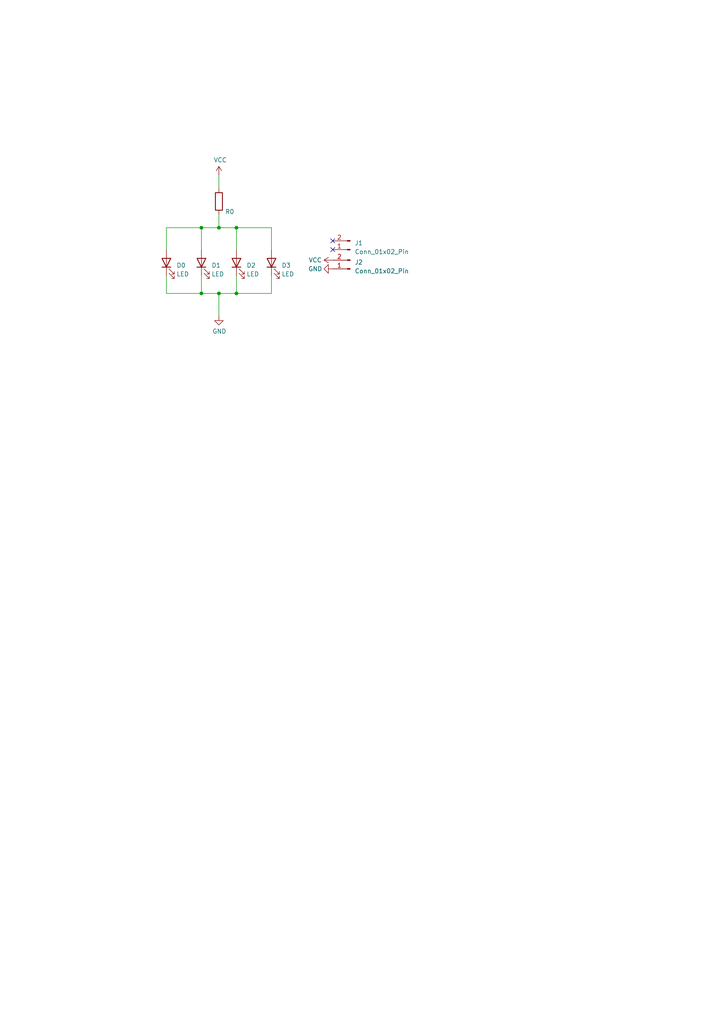
<source format=kicad_sch>
(kicad_sch (version 20230121) (generator eeschema)
  (paper "A4" portrait)
  (title_block (title "Helios - Circuito Sensorizado") (date "2022-07-25") (rev "1") (comment 1 "R = 2M") (comment 2 "VCC: 5V") (comment 3 "O0, O1, O2, O3: Salidas fotodiodos") (comment 4 "Autor: Jaime Bravo Algaba"))
  (lib_symbols
    (symbol "Connector:Conn_01x02_Pin" (pin_names (offset 1.016) hide)
      (property "Reference" "J" (at 0 2.54 0))
      (property "Value" "Conn_01x02_Pin" (at 0 -5.08 0))
      (symbol "Conn_01x02_Pin_1_1"
        (polyline (pts (xy 1.27 -2.54) (xy 0.8636 -2.54)) (stroke (width 0.1524)))
        (polyline (pts (xy 1.27 0) (xy 0.8636 0)) (stroke (width 0.1524)))
        (rectangle (start 0.8636 -2.413) (end 0 -2.667) (stroke (width 0.1524)) (fill (type outline)))
        (rectangle (start 0.8636 0.127) (end 0 -0.127) (stroke (width 0.1524)) (fill (type outline)))
        (pin passive line (at 5.08 0 180) (length 3.81) (name "Pin_1") (number "1"))
        (pin passive line (at 5.08 -2.54 180) (length 3.81) (name "Pin_2") (number "2"))
      )
    )
    (symbol "Device:LED" (pin_numbers hide) (pin_names (offset 1.016) hide)
      (property "Reference" "D" (at 0 2.54 0))
      (property "Value" "LED" (at 0 -2.54 0))
      (symbol "LED_0_1"
        (polyline (pts (xy -1.27 -1.27) (xy -1.27 1.27)) (stroke (width 0.254)))
        (polyline (pts (xy -1.27 0) (xy 1.27 0)))
        (polyline (pts (xy 1.27 -1.27) (xy 1.27 1.27) (xy -1.27 0) (xy 1.27 -1.27)) (stroke (width 0.254)))
        (polyline (pts (xy -3.048 -0.762) (xy -4.572 -2.286) (xy -3.81 -2.286) (xy -4.572 -2.286) (xy -4.572 -1.524)))
        (polyline (pts (xy -1.778 -0.762) (xy -3.302 -2.286) (xy -2.54 -2.286) (xy -3.302 -2.286) (xy -3.302 -1.524)))
      )
      (symbol "LED_1_1"
        (pin passive line (at -3.81 0 0) (length 2.54) (name "K") (number "1"))
        (pin passive line (at 3.81 0 180) (length 2.54) (name "A") (number "2"))
      )
    )
    (symbol "Device:R" (pin_numbers hide) (pin_names (offset 0))
      (property "Reference" "R" (at 2.032 0 90))
      (property "Value" "R" (at 0 0 90))
      (symbol "R_0_1"
        (rectangle (start -1.016 -2.54) (end 1.016 2.54) (stroke (width 0.254)))
      )
      (symbol "R_1_1"
        (pin passive line (at 0 3.81 270) (length 1.27) (name "~") (number "1"))
        (pin passive line (at 0 -3.81 90) (length 1.27) (name "~") (number "2"))
      )
    )
    (symbol "power:GND" (power) (pin_names (offset 0))
      (property "Value" "GND" (at 0 -3.81 0))
      (symbol "GND_0_1"
        (polyline (pts (xy 0 0) (xy 0 -1.27) (xy 1.27 -1.27) (xy 0 -2.54) (xy -1.27 -1.27) (xy 0 -1.27)))
      )
      (symbol "GND_1_1"
        (pin power_in line (at 0 0 270) (length 0) hide (name "GND") (number "1"))
      )
    )
    (symbol "power:VCC" (power) (pin_names (offset 0))
      (property "Value" "VCC" (at 0 3.81 0))
      (symbol "VCC_0_1"
        (polyline (pts (xy -0.762 1.27) (xy 0 2.54)))
        (polyline (pts (xy 0 0) (xy 0 2.54)))
        (polyline (pts (xy 0 2.54) (xy 0.762 1.27)))
      )
      (symbol "VCC_1_1"
        (pin power_in line (at 0 0 90) (length 0) hide (name "VCC") (number "1"))
      )
    )
  )
  (junction (at 58.42 85.09))
  (junction (at 63.5 85.09))
  (junction (at 63.5 66.04))
  (junction (at 58.42 66.04))
  (junction (at 68.58 85.09))
  (junction (at 68.58 66.04))
  (no_connect (at 96.52 69.85))
  (no_connect (at 96.52 72.39))
  (wire (pts (xy 58.42 66.04) (xy 58.42 72.39)))
  (wire (pts (xy 63.5 85.09) (xy 63.5 91.694)))
  (wire (pts (xy 48.26 85.09) (xy 58.42 85.09)))
  (wire (pts (xy 68.58 80.01) (xy 68.58 85.09)))
  (wire (pts (xy 78.74 85.09) (xy 68.58 85.09)))
  (wire (pts (xy 68.58 66.04) (xy 68.58 72.39)))
  (wire (pts (xy 58.42 85.09) (xy 63.5 85.09)))
  (wire (pts (xy 48.26 85.09) (xy 48.26 80.01)))
  (wire (pts (xy 58.42 80.01) (xy 58.42 85.09)))
  (wire (pts (xy 58.42 66.04) (xy 63.5 66.04)))
  (wire (pts (xy 78.74 80.01) (xy 78.74 85.09)))
  (wire (pts (xy 63.5 50.8) (xy 63.5 54.61)))
  (wire (pts (xy 78.74 66.04) (xy 78.74 72.39)))
  (wire (pts (xy 63.5 62.23) (xy 63.5 66.04)))
  (wire (pts (xy 48.26 72.39) (xy 48.26 66.04)))
  (wire (pts (xy 48.26 66.04) (xy 58.42 66.04)))
  (wire (pts (xy 63.5 66.04) (xy 68.58 66.04)))
  (wire (pts (xy 68.58 85.09) (xy 63.5 85.09)))
  (wire (pts (xy 68.58 66.04) (xy 78.74 66.04)))
  (symbol (lib_id "Device:LED") (at 58.42 76.2 90) (unit 1)
    (property "Reference" "D1" (at 61.341 76.9528 90) (effects (justify right)))
    (property "Value" "LED" (at 61.341 79.4897 90) (effects (justify right)))
    (property "Footprint" "LED_SMD:LED_PLCC-2" (effects hide))
  )
  (symbol (lib_id "Device:LED") (at 68.58 76.2 90) (unit 1)
    (property "Reference" "D2" (at 71.501 76.9528 90) (effects (justify right)))
    (property "Value" "LED" (at 71.501 79.4897 90) (effects (justify right)))
    (property "Footprint" "LED_SMD:LED_PLCC-2" (effects hide))
  )
  (symbol (lib_id "power:GND") (at 96.52 77.978 270) (unit 1)
    (property "Reference" "#PWR02" (effects hide))
    (property "Value" "GND" (at 91.44 77.978 90))
  )
  (symbol (lib_id "Connector:Conn_01x02_Pin") (at 101.6 77.978 180) (unit 1)
    (property "Reference" "J2" (at 102.87 76.073 0) (effects (justify right)))
    (property "Value" "Conn_01x02_Pin" (at 102.87 78.613 0) (effects (justify right)))
    (property "Footprint" "Connector_AMASS:AMASS_XT30U-F_1x02_P5.0mm_Vertical" (effects hide))
  )
  (symbol (lib_id "Device:R") (at 63.5 58.42 180) (unit 1)
    (property "Reference" "R0" (at 65.278 61.3938 0) (effects (justify right)))
    (property "Value" "RL" (effects hide))
    (property "Footprint" "Resistor_SMD:R_0805_2012Metric" (effects hide))
  )
  (symbol (lib_id "Device:LED") (at 78.74 76.2 90) (unit 1)
    (property "Reference" "D3" (at 81.661 76.9528 90) (effects (justify right)))
    (property "Value" "LED" (at 81.661 79.4897 90) (effects (justify right)))
    (property "Footprint" "LED_SMD:LED_PLCC-2" (effects hide))
  )
  (symbol (lib_id "power:VCC") (at 63.5 50.8 0) (unit 1)
    (property "Reference" "#PWR0115" (effects hide))
    (property "Value" "VCC" (at 63.881 46.4058 0))
  )
  (symbol (lib_id "power:GND") (at 63.5 91.694 0) (unit 1)
    (property "Reference" "#PWR0114" (effects hide))
    (property "Value" "GND" (at 63.627 96.0882 0))
  )
  (symbol (lib_id "power:VCC") (at 96.52 75.438 90) (unit 1)
    (property "Reference" "#PWR01" (effects hide))
    (property "Value" "VCC" (at 91.44 75.438 90))
  )
  (symbol (lib_id "Connector:Conn_01x02_Pin") (at 101.6 72.39 180) (unit 1)
    (property "Reference" "J1" (at 102.87 70.485 0) (effects (justify right)))
    (property "Value" "Conn_01x02_Pin" (at 102.87 73.025 0) (effects (justify right)))
    (property "Footprint" "Connector_AMASS:AMASS_XT30U-F_1x02_P5.0mm_Vertical" (effects hide))
  )
  (symbol (lib_id "Device:LED") (at 48.26 76.2 90) (unit 1)
    (property "Reference" "D0" (at 51.181 76.9528 90) (effects (justify right)))
    (property "Value" "LED" (at 51.181 79.4897 90) (effects (justify right)))
    (property "Footprint" "LED_SMD:LED_PLCC-2" (effects hide))
  )
)
</source>
